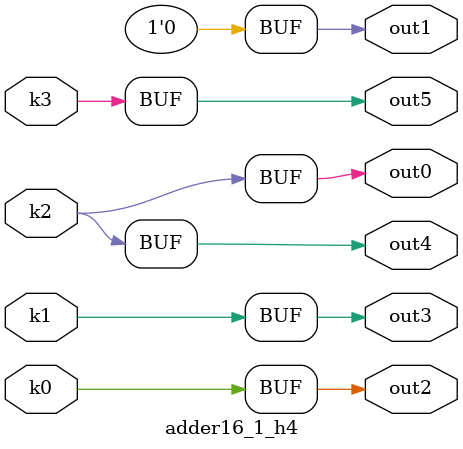
<source format=v>
module adder16_1(pi00, pi01, pi02, pi03, pi04, pi05, pi06, pi07, pi08, pi09, pi10, po0, po1, po2, po3, po4, po5);
input pi00, pi01, pi02, pi03, pi04, pi05, pi06, pi07, pi08, pi09, pi10;
output po0, po1, po2, po3, po4, po5;
wire k0, k1, k2, k3;
adder16_1_w4 DUT1 (pi00, pi01, pi02, pi03, pi04, pi05, pi06, pi07, pi08, pi09, pi10, k0, k1, k2, k3);
adder16_1_h4 DUT2 (k0, k1, k2, k3, po0, po1, po2, po3, po4, po5);
endmodule

module adder16_1_w4(in10, in9, in8, in7, in6, in5, in4, in3, in2, in1, in0, k3, k2, k1, k0);
input in10, in9, in8, in7, in6, in5, in4, in3, in2, in1, in0;
output k3, k2, k1, k0;
assign k0 =   ((in7 ^ in2) & ((((in10 & (in5 | ~in0)) | (in5 & ~in0)) & (in8 | in3) & (in9 | in4)) | (in9 & in4 & (in8 | in3)) | (in8 & in3))) | (((~in5 & in0) | (~in10 & (~in5 | in0))) & (~in7 ^ in2) & (~in8 | ~in3) & (~in9 | ~in4)) | ((~in7 ^ in2) & ((~in8 & ~in3) | (~in9 & ~in4 & (~in8 | ~in3))));
assign k1 =   ((in8 ^ in3) & ((((in10 & (in5 | ~in0)) | (in5 & ~in0)) & (in9 | in4)) | (in9 & in4))) | (((~in5 & in0) | (~in10 & (~in5 | in0))) & (~in9 | ~in4) & (~in8 ^ in3)) | (~in9 & ~in4 & (~in8 ^ in3));
assign k2 =   ((~in9 ^ in4) & ((in10 & (in5 | ~in0)) | (in5 & ~in0))) | (((~in5 & in0) | (~in10 & (~in5 | in0))) & (in9 ^ in4));
assign k3 =   in10 ? (~in5 ^ in0) : (in5 ^ in0);
endmodule

module adder16_1_h4(k3, k2, k1, k0, out5, out4, out3, out2, out1, out0);
input k3, k2, k1, k0;
output out5, out4, out3, out2, out1, out0;
assign out0 = k2;
assign out1 = 0;
assign out2 = k0;
assign out3 = k1;
assign out4 = k2;
assign out5 = k3;
endmodule

</source>
